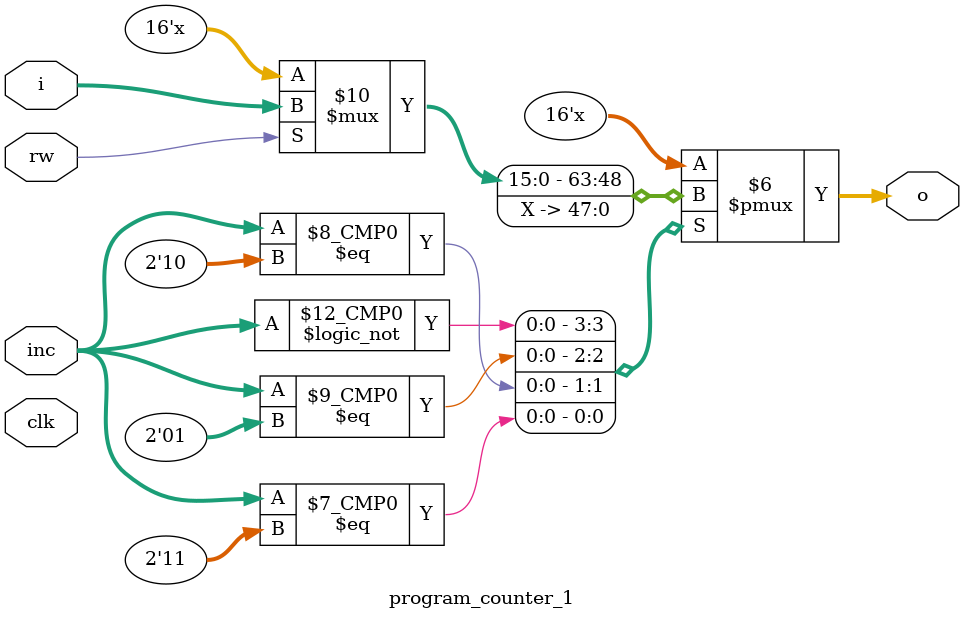
<source format=v>
module program_counter_1 #(parameter SIZE = 16) (input clk, input [SIZE-1:0] i, output reg [SIZE-1:0] o, input rw, input [1:0] inc);
	initial o <= 0;
	always @(clk) begin
		case (inc)
			2'b00 : begin
				if (rw)
					o <= i;
			end
			2'b01 : o <= o + 2;
			2'b10 : o <= o + 4;
			2'b11 : o <= o + 6;
		endcase
	end
endmodule
</source>
